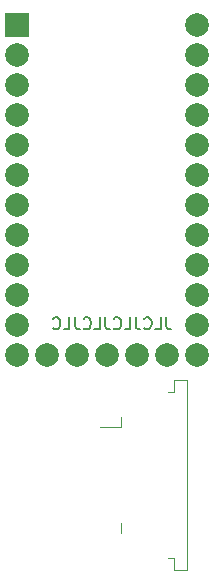
<source format=gbr>
%TF.GenerationSoftware,KiCad,Pcbnew,(6.0.4)*%
%TF.CreationDate,2024-05-03T20:26:16-07:00*%
%TF.ProjectId,right_ortholinear,72696768-745f-46f7-9274-686f6c696e65,v1.0.0*%
%TF.SameCoordinates,Original*%
%TF.FileFunction,Legend,Bot*%
%TF.FilePolarity,Positive*%
%FSLAX46Y46*%
G04 Gerber Fmt 4.6, Leading zero omitted, Abs format (unit mm)*
G04 Created by KiCad (PCBNEW (6.0.4)) date 2024-05-03 20:26:16*
%MOMM*%
%LPD*%
G01*
G04 APERTURE LIST*
%ADD10C,0.150000*%
%ADD11C,0.120000*%
%ADD12R,2.000000X2.000000*%
%ADD13C,2.000000*%
G04 APERTURE END LIST*
D10*
X134019047Y-120752380D02*
X134019047Y-121466666D01*
X134066666Y-121609523D01*
X134161904Y-121704761D01*
X134304761Y-121752380D01*
X134400000Y-121752380D01*
X133066666Y-121752380D02*
X133542857Y-121752380D01*
X133542857Y-120752380D01*
X132161904Y-121657142D02*
X132209523Y-121704761D01*
X132352380Y-121752380D01*
X132447619Y-121752380D01*
X132590476Y-121704761D01*
X132685714Y-121609523D01*
X132733333Y-121514285D01*
X132780952Y-121323809D01*
X132780952Y-121180952D01*
X132733333Y-120990476D01*
X132685714Y-120895238D01*
X132590476Y-120800000D01*
X132447619Y-120752380D01*
X132352380Y-120752380D01*
X132209523Y-120800000D01*
X132161904Y-120847619D01*
X131447619Y-120752380D02*
X131447619Y-121466666D01*
X131495238Y-121609523D01*
X131590476Y-121704761D01*
X131733333Y-121752380D01*
X131828571Y-121752380D01*
X130495238Y-121752380D02*
X130971428Y-121752380D01*
X130971428Y-120752380D01*
X129590476Y-121657142D02*
X129638095Y-121704761D01*
X129780952Y-121752380D01*
X129876190Y-121752380D01*
X130019047Y-121704761D01*
X130114285Y-121609523D01*
X130161904Y-121514285D01*
X130209523Y-121323809D01*
X130209523Y-121180952D01*
X130161904Y-120990476D01*
X130114285Y-120895238D01*
X130019047Y-120800000D01*
X129876190Y-120752380D01*
X129780952Y-120752380D01*
X129638095Y-120800000D01*
X129590476Y-120847619D01*
X128876190Y-120752380D02*
X128876190Y-121466666D01*
X128923809Y-121609523D01*
X129019047Y-121704761D01*
X129161904Y-121752380D01*
X129257142Y-121752380D01*
X127923809Y-121752380D02*
X128400000Y-121752380D01*
X128400000Y-120752380D01*
X127019047Y-121657142D02*
X127066666Y-121704761D01*
X127209523Y-121752380D01*
X127304761Y-121752380D01*
X127447619Y-121704761D01*
X127542857Y-121609523D01*
X127590476Y-121514285D01*
X127638095Y-121323809D01*
X127638095Y-121180952D01*
X127590476Y-120990476D01*
X127542857Y-120895238D01*
X127447619Y-120800000D01*
X127304761Y-120752380D01*
X127209523Y-120752380D01*
X127066666Y-120800000D01*
X127019047Y-120847619D01*
X126304761Y-120752380D02*
X126304761Y-121466666D01*
X126352380Y-121609523D01*
X126447619Y-121704761D01*
X126590476Y-121752380D01*
X126685714Y-121752380D01*
X125352380Y-121752380D02*
X125828571Y-121752380D01*
X125828571Y-120752380D01*
X124447619Y-121657142D02*
X124495238Y-121704761D01*
X124638095Y-121752380D01*
X124733333Y-121752380D01*
X124876190Y-121704761D01*
X124971428Y-121609523D01*
X125019047Y-121514285D01*
X125066666Y-121323809D01*
X125066666Y-121180952D01*
X125019047Y-120990476D01*
X124971428Y-120895238D01*
X124876190Y-120800000D01*
X124733333Y-120752380D01*
X124638095Y-120752380D01*
X124495238Y-120800000D01*
X124447619Y-120847619D01*
%TO.C,*%
D11*
X134160000Y-141145000D02*
X134700000Y-141145000D01*
X130190000Y-138165000D02*
X130190000Y-138990000D01*
X130190000Y-130035000D02*
X128390000Y-130035000D01*
X134700000Y-126030000D02*
X134700000Y-127055000D01*
X134700000Y-141145000D02*
X134700000Y-142170000D01*
X135810000Y-126030000D02*
X134700000Y-126030000D01*
X135810000Y-142170000D02*
X135810000Y-126030000D01*
X134700000Y-127055000D02*
X134160000Y-127055000D01*
X130190000Y-129210000D02*
X130190000Y-130035000D01*
X134700000Y-142170000D02*
X135810000Y-142170000D01*
%TD*%
D12*
%TO.C,*%
X121380000Y-96030000D03*
D13*
X121380000Y-98570000D03*
X121380000Y-101110000D03*
X121380000Y-103650000D03*
X121380000Y-106190000D03*
X121380000Y-108730000D03*
X121380000Y-111270000D03*
X121380000Y-113810000D03*
X121380000Y-116350000D03*
X121380000Y-118890000D03*
X121380000Y-121430000D03*
X121380000Y-123970000D03*
X136620000Y-123970000D03*
X136620000Y-121430000D03*
X136620000Y-118890000D03*
X136620000Y-116350000D03*
X136620000Y-113810000D03*
X136620000Y-111270000D03*
X136620000Y-108730000D03*
X136620000Y-106190000D03*
X136620000Y-103650000D03*
X136620000Y-101110000D03*
X136620000Y-98570000D03*
X136620000Y-96030000D03*
X123920000Y-123970000D03*
X126460000Y-123970000D03*
X129000000Y-123970000D03*
X131540000Y-123970000D03*
X134080000Y-123970000D03*
%TD*%
M02*

</source>
